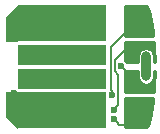
<source format=gtl>
G04 #@! TF.FileFunction,Copper,L1,Top,Signal*
%FSLAX46Y46*%
G04 Gerber Fmt 4.6, Leading zero omitted, Abs format (unit mm)*
G04 Created by KiCad (PCBNEW 4.0.4+e1-6308~48~ubuntu14.04.1-stable) date Sat Nov 26 19:44:48 2016*
%MOMM*%
%LPD*%
G01*
G04 APERTURE LIST*
%ADD10C,0.350000*%
%ADD11R,7.500000X3.125000*%
%ADD12R,7.500000X1.750000*%
%ADD13R,1.000000X1.000000*%
%ADD14C,0.600000*%
%ADD15C,0.152400*%
%ADD16C,0.600000*%
%ADD17C,0.254000*%
%ADD18C,0.300000*%
%ADD19O,0.799999X2.499999*%
G04 APERTURE END LIST*
D10*
D11*
X22000000Y-27187500D03*
X22000000Y-19812500D03*
D12*
X22000000Y-24500000D03*
X22000000Y-22500000D03*
D10*
G36*
X18250000Y-25625000D02*
X18250000Y-28750000D01*
X17250000Y-27750000D01*
X17250000Y-26625000D01*
X18250000Y-25625000D01*
X18250000Y-25625000D01*
G37*
G36*
X18250000Y-18262500D02*
X18250000Y-21387500D01*
X17250000Y-20387500D01*
X17250000Y-19262500D01*
X18250000Y-18262500D01*
X18250000Y-18262500D01*
G37*
D13*
X17750000Y-26125000D03*
X17750000Y-20875000D03*
D14*
X17571506Y-20339356D03*
X18913411Y-20751800D03*
X17953010Y-25738151D03*
X18968427Y-22858094D03*
X19015031Y-24053800D03*
X28295600Y-18542000D03*
X28295600Y-20675600D03*
X26202402Y-25908000D03*
X26995421Y-23469600D03*
X28255990Y-24079203D03*
X28295600Y-25450800D03*
X28255968Y-22961600D03*
X26365200Y-27166979D03*
X28295600Y-21539200D03*
X26365184Y-27919390D03*
X28346400Y-28397200D03*
X28346400Y-26365200D03*
D15*
X17995770Y-20339356D02*
X17571506Y-20339356D01*
X18500967Y-20339356D02*
X17995770Y-20339356D01*
X18913411Y-20751800D02*
X18500967Y-20339356D01*
X17750000Y-19825000D02*
X17661598Y-19825000D01*
X17571506Y-19915092D02*
X17571506Y-20339356D01*
X17661598Y-19825000D02*
X17571506Y-19915092D01*
X17762500Y-19812500D02*
X17750000Y-19825000D01*
D16*
X19402359Y-27187500D02*
X18253009Y-26038150D01*
X18253009Y-26038150D02*
X17953010Y-25738151D01*
X17750000Y-27187500D02*
X17750000Y-25941161D01*
X17750000Y-25941161D02*
X17953010Y-25738151D01*
X22000000Y-27187500D02*
X19402359Y-27187500D01*
X22000000Y-22500000D02*
X19326521Y-22500000D01*
X19326521Y-22500000D02*
X19268426Y-22558095D01*
X19268426Y-22558095D02*
X18968427Y-22858094D01*
X19015029Y-24053798D02*
X19015031Y-24053800D01*
X18686864Y-24053798D02*
X19015029Y-24053798D01*
X22000000Y-24500000D02*
X21553798Y-24053798D01*
X19105380Y-24000000D02*
X19051582Y-24053798D01*
X21553798Y-24053798D02*
X18686864Y-24053798D01*
X19051582Y-24053798D02*
X18686864Y-24053798D01*
D15*
X26162000Y-21844000D02*
X27330400Y-20675600D01*
X26202402Y-25483736D02*
X26162000Y-25443334D01*
X26202402Y-25908000D02*
X26202402Y-25483736D01*
X26162000Y-25443334D02*
X26162000Y-21844000D01*
X27330400Y-20675600D02*
X28295600Y-20675600D01*
X28295600Y-20675600D02*
X28295600Y-18542000D01*
X27295420Y-23769599D02*
X26995421Y-23469600D01*
X28255990Y-24079203D02*
X27605024Y-24079203D01*
X27605024Y-24079203D02*
X27295420Y-23769599D01*
X28295600Y-24118813D02*
X28255990Y-24079203D01*
X28295600Y-25450800D02*
X28295600Y-24118813D01*
X26665199Y-26866980D02*
X26365200Y-27166979D01*
X26466811Y-22943725D02*
X26466811Y-23896343D01*
X26766799Y-26765380D02*
X26665199Y-26866980D01*
X26766799Y-24196331D02*
X26766799Y-26765380D01*
X26466811Y-23896343D02*
X26766799Y-24196331D01*
X28295600Y-21539200D02*
X27871336Y-21539200D01*
X27871336Y-21539200D02*
X26466811Y-22943725D01*
X28295600Y-22921968D02*
X28255968Y-22961600D01*
X28295600Y-21539200D02*
X28295600Y-22921968D01*
X26842994Y-28397200D02*
X26665183Y-28219389D01*
X26665183Y-28219389D02*
X26365184Y-27919390D01*
X28346400Y-28397200D02*
X26842994Y-28397200D01*
X28346400Y-26365200D02*
X28346400Y-28397200D01*
D17*
G36*
X29206339Y-18395118D02*
X29218872Y-18426451D01*
X29238872Y-18476452D01*
X29245538Y-18486697D01*
X29249661Y-18498203D01*
X29271076Y-18533896D01*
X29285800Y-18578067D01*
X29344754Y-18754929D01*
X29383848Y-18891758D01*
X29386677Y-18897264D01*
X29387678Y-18903371D01*
X29415528Y-18977637D01*
X29433154Y-19039329D01*
X29452538Y-19116865D01*
X29470059Y-19186951D01*
X29478930Y-19266786D01*
X29481435Y-19274687D01*
X29481620Y-19282973D01*
X29501619Y-19372973D01*
X29502439Y-19374834D01*
X29502538Y-19376865D01*
X29521663Y-19453365D01*
X29540952Y-19549809D01*
X29541583Y-19551329D01*
X29541620Y-19552973D01*
X29559655Y-19634134D01*
X29568754Y-19725125D01*
X29570944Y-19732306D01*
X29570952Y-19739810D01*
X29590952Y-19839809D01*
X29590952Y-19839810D01*
X29609493Y-19932513D01*
X29618754Y-20025125D01*
X29620554Y-20031026D01*
X29620452Y-20037191D01*
X29639360Y-20141183D01*
X29648754Y-20235125D01*
X29650554Y-20241026D01*
X29650452Y-20247191D01*
X29669238Y-20350511D01*
X29678575Y-20453223D01*
X29688525Y-20572623D01*
X29690574Y-20579764D01*
X29690452Y-20587191D01*
X29709136Y-20689950D01*
X29718525Y-20802623D01*
X29724390Y-20873000D01*
X27377000Y-20873000D01*
X27377000Y-18377000D01*
X29192750Y-18377000D01*
X29206339Y-18395118D01*
X29206339Y-18395118D01*
G37*
X29206339Y-18395118D02*
X29218872Y-18426451D01*
X29238872Y-18476452D01*
X29245538Y-18486697D01*
X29249661Y-18498203D01*
X29271076Y-18533896D01*
X29285800Y-18578067D01*
X29344754Y-18754929D01*
X29383848Y-18891758D01*
X29386677Y-18897264D01*
X29387678Y-18903371D01*
X29415528Y-18977637D01*
X29433154Y-19039329D01*
X29452538Y-19116865D01*
X29470059Y-19186951D01*
X29478930Y-19266786D01*
X29481435Y-19274687D01*
X29481620Y-19282973D01*
X29501619Y-19372973D01*
X29502439Y-19374834D01*
X29502538Y-19376865D01*
X29521663Y-19453365D01*
X29540952Y-19549809D01*
X29541583Y-19551329D01*
X29541620Y-19552973D01*
X29559655Y-19634134D01*
X29568754Y-19725125D01*
X29570944Y-19732306D01*
X29570952Y-19739810D01*
X29590952Y-19839809D01*
X29590952Y-19839810D01*
X29609493Y-19932513D01*
X29618754Y-20025125D01*
X29620554Y-20031026D01*
X29620452Y-20037191D01*
X29639360Y-20141183D01*
X29648754Y-20235125D01*
X29650554Y-20241026D01*
X29650452Y-20247191D01*
X29669238Y-20350511D01*
X29678575Y-20453223D01*
X29688525Y-20572623D01*
X29690574Y-20579764D01*
X29690452Y-20587191D01*
X29709136Y-20689950D01*
X29718525Y-20802623D01*
X29724390Y-20873000D01*
X27377000Y-20873000D01*
X27377000Y-18377000D01*
X29192750Y-18377000D01*
X29206339Y-18395118D01*
G36*
X29768448Y-21411658D02*
X29768581Y-21412132D01*
X29768525Y-21412623D01*
X29778489Y-21532191D01*
X29788448Y-21661658D01*
X29788581Y-21662132D01*
X29788525Y-21662623D01*
X29798489Y-21782191D01*
X29808000Y-21905834D01*
X29808000Y-22030000D01*
X29809152Y-22035794D01*
X29808448Y-22041658D01*
X29828000Y-22295834D01*
X29828000Y-22430000D01*
X29829152Y-22435794D01*
X29828448Y-22441658D01*
X29838000Y-22565834D01*
X29838000Y-22830000D01*
X29839152Y-22835794D01*
X29838448Y-22841658D01*
X29848000Y-22965834D01*
X29848000Y-23123000D01*
X29787800Y-23123000D01*
X29787800Y-22589637D01*
X29736084Y-22329642D01*
X29588808Y-22109229D01*
X29368395Y-21961953D01*
X29108400Y-21910237D01*
X28848405Y-21961953D01*
X28627992Y-22109229D01*
X28480716Y-22329642D01*
X28429000Y-22589637D01*
X28429000Y-23123000D01*
X27468107Y-23123000D01*
X27377000Y-23031734D01*
X27377000Y-21377000D01*
X29765782Y-21377000D01*
X29768448Y-21411658D01*
X29768448Y-21411658D01*
G37*
X29768448Y-21411658D02*
X29768581Y-21412132D01*
X29768525Y-21412623D01*
X29778489Y-21532191D01*
X29788448Y-21661658D01*
X29788581Y-21662132D01*
X29788525Y-21662623D01*
X29798489Y-21782191D01*
X29808000Y-21905834D01*
X29808000Y-22030000D01*
X29809152Y-22035794D01*
X29808448Y-22041658D01*
X29828000Y-22295834D01*
X29828000Y-22430000D01*
X29829152Y-22435794D01*
X29828448Y-22441658D01*
X29838000Y-22565834D01*
X29838000Y-22830000D01*
X29839152Y-22835794D01*
X29838448Y-22841658D01*
X29848000Y-22965834D01*
X29848000Y-23123000D01*
X29787800Y-23123000D01*
X29787800Y-22589637D01*
X29736084Y-22329642D01*
X29588808Y-22109229D01*
X29368395Y-21961953D01*
X29108400Y-21910237D01*
X28848405Y-21961953D01*
X28627992Y-22109229D01*
X28480716Y-22329642D01*
X28429000Y-22589637D01*
X28429000Y-23123000D01*
X27468107Y-23123000D01*
X27377000Y-23031734D01*
X27377000Y-21377000D01*
X29765782Y-21377000D01*
X29768448Y-21411658D01*
G36*
X29718525Y-26197377D02*
X29709136Y-26310050D01*
X29690452Y-26412809D01*
X29690574Y-26420236D01*
X29688525Y-26427377D01*
X29678575Y-26546777D01*
X29669238Y-26649489D01*
X29650452Y-26752809D01*
X29650554Y-26758974D01*
X29648754Y-26764875D01*
X29639360Y-26858817D01*
X29620452Y-26962809D01*
X29620554Y-26968974D01*
X29618754Y-26974875D01*
X29609493Y-27067487D01*
X29590952Y-27160190D01*
X29590952Y-27160191D01*
X29570952Y-27260190D01*
X29570944Y-27267694D01*
X29568754Y-27274875D01*
X29559655Y-27365866D01*
X29541620Y-27447027D01*
X29541583Y-27448671D01*
X29540952Y-27450191D01*
X29521663Y-27546635D01*
X29502538Y-27623135D01*
X29502439Y-27625166D01*
X29501619Y-27627027D01*
X29481620Y-27717027D01*
X29481435Y-27725313D01*
X29478930Y-27733214D01*
X29470059Y-27813049D01*
X29452538Y-27883135D01*
X29433154Y-27960671D01*
X29415528Y-28022363D01*
X29387678Y-28096629D01*
X29386677Y-28102736D01*
X29383848Y-28108242D01*
X29344754Y-28245071D01*
X29285800Y-28421933D01*
X29271076Y-28466104D01*
X29249661Y-28501797D01*
X29245538Y-28513303D01*
X29238872Y-28523548D01*
X29218873Y-28573546D01*
X29218872Y-28573548D01*
X29206339Y-28604882D01*
X29192750Y-28623000D01*
X27377000Y-28623000D01*
X27377000Y-26127000D01*
X29724390Y-26127000D01*
X29718525Y-26197377D01*
X29718525Y-26197377D01*
G37*
X29718525Y-26197377D02*
X29709136Y-26310050D01*
X29690452Y-26412809D01*
X29690574Y-26420236D01*
X29688525Y-26427377D01*
X29678575Y-26546777D01*
X29669238Y-26649489D01*
X29650452Y-26752809D01*
X29650554Y-26758974D01*
X29648754Y-26764875D01*
X29639360Y-26858817D01*
X29620452Y-26962809D01*
X29620554Y-26968974D01*
X29618754Y-26974875D01*
X29609493Y-27067487D01*
X29590952Y-27160190D01*
X29590952Y-27160191D01*
X29570952Y-27260190D01*
X29570944Y-27267694D01*
X29568754Y-27274875D01*
X29559655Y-27365866D01*
X29541620Y-27447027D01*
X29541583Y-27448671D01*
X29540952Y-27450191D01*
X29521663Y-27546635D01*
X29502538Y-27623135D01*
X29502439Y-27625166D01*
X29501619Y-27627027D01*
X29481620Y-27717027D01*
X29481435Y-27725313D01*
X29478930Y-27733214D01*
X29470059Y-27813049D01*
X29452538Y-27883135D01*
X29433154Y-27960671D01*
X29415528Y-28022363D01*
X29387678Y-28096629D01*
X29386677Y-28102736D01*
X29383848Y-28108242D01*
X29344754Y-28245071D01*
X29285800Y-28421933D01*
X29271076Y-28466104D01*
X29249661Y-28501797D01*
X29245538Y-28513303D01*
X29238872Y-28523548D01*
X29218873Y-28573546D01*
X29218872Y-28573548D01*
X29206339Y-28604882D01*
X29192750Y-28623000D01*
X27377000Y-28623000D01*
X27377000Y-26127000D01*
X29724390Y-26127000D01*
X29718525Y-26197377D01*
G36*
X28429000Y-24349563D02*
X28480716Y-24609558D01*
X28627992Y-24829971D01*
X28848405Y-24977247D01*
X29108400Y-25028963D01*
X29368395Y-24977247D01*
X29588808Y-24829971D01*
X29736084Y-24609558D01*
X29787800Y-24349563D01*
X29787800Y-23877000D01*
X29848000Y-23877000D01*
X29848000Y-24034166D01*
X29838448Y-24158342D01*
X29839152Y-24164206D01*
X29838000Y-24170000D01*
X29838000Y-24434166D01*
X29828448Y-24558342D01*
X29829152Y-24564206D01*
X29828000Y-24570000D01*
X29828000Y-24704166D01*
X29808448Y-24958342D01*
X29809152Y-24964206D01*
X29808000Y-24970000D01*
X29808000Y-25094166D01*
X29798489Y-25217809D01*
X29788525Y-25337377D01*
X29788581Y-25337868D01*
X29788448Y-25338342D01*
X29778489Y-25467809D01*
X29768525Y-25587377D01*
X29768581Y-25587868D01*
X29768448Y-25588342D01*
X29765782Y-25623000D01*
X27377000Y-25623000D01*
X27377000Y-23877000D01*
X28429000Y-23877000D01*
X28429000Y-24349563D01*
X28429000Y-24349563D01*
G37*
X28429000Y-24349563D02*
X28480716Y-24609558D01*
X28627992Y-24829971D01*
X28848405Y-24977247D01*
X29108400Y-25028963D01*
X29368395Y-24977247D01*
X29588808Y-24829971D01*
X29736084Y-24609558D01*
X29787800Y-24349563D01*
X29787800Y-23877000D01*
X29848000Y-23877000D01*
X29848000Y-24034166D01*
X29838448Y-24158342D01*
X29839152Y-24164206D01*
X29838000Y-24170000D01*
X29838000Y-24434166D01*
X29828448Y-24558342D01*
X29829152Y-24564206D01*
X29828000Y-24570000D01*
X29828000Y-24704166D01*
X29808448Y-24958342D01*
X29809152Y-24964206D01*
X29808000Y-24970000D01*
X29808000Y-25094166D01*
X29798489Y-25217809D01*
X29788525Y-25337377D01*
X29788581Y-25337868D01*
X29788448Y-25338342D01*
X29778489Y-25467809D01*
X29768525Y-25587377D01*
X29768581Y-25587868D01*
X29768448Y-25588342D01*
X29765782Y-25623000D01*
X27377000Y-25623000D01*
X27377000Y-23877000D01*
X28429000Y-23877000D01*
X28429000Y-24349563D01*
D18*
X17571506Y-20339356D03*
X18913411Y-20751800D03*
X17953010Y-25738151D03*
X18968427Y-22858094D03*
X19015031Y-24053800D03*
X28295600Y-18542000D03*
X28295600Y-20675600D03*
X26202402Y-25908000D03*
X26995421Y-23469600D03*
X28255990Y-24079203D03*
X28295600Y-25450800D03*
X28255968Y-22961600D03*
X26365200Y-27166979D03*
X28295600Y-21539200D03*
X26365184Y-27919390D03*
X28346400Y-28397200D03*
X28346400Y-26365200D03*
D19*
X29108400Y-23469600D03*
M02*

</source>
